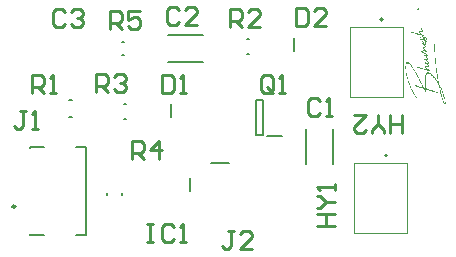
<source format=gto>
G04*
G04 #@! TF.GenerationSoftware,Altium Limited,Altium Designer,25.0.2 (28)*
G04*
G04 Layer_Color=65535*
%FSLAX44Y44*%
%MOMM*%
G71*
G04*
G04 #@! TF.SameCoordinates,4808E630-E1AA-40A3-BC65-94F3982335E7*
G04*
G04*
G04 #@! TF.FilePolarity,Positive*
G04*
G01*
G75*
%ADD10C,0.2000*%
%ADD11C,0.2500*%
%ADD12C,0.1000*%
%ADD13C,0.2540*%
%ADD14R,0.2000X1.2000*%
G36*
X908558Y595020D02*
X907237D01*
Y595351D01*
X906907D01*
Y596341D01*
X907237D01*
Y596671D01*
X908558D01*
Y595020D01*
D02*
G37*
G36*
X910539Y579171D02*
X910869D01*
Y578510D01*
X911200D01*
Y578180D01*
X911530D01*
Y577520D01*
X911860D01*
Y576859D01*
X911530D01*
Y576529D01*
X909218D01*
Y575869D01*
X909549D01*
Y575539D01*
X909879D01*
Y575208D01*
X910209D01*
Y574878D01*
X910869D01*
Y574548D01*
X911200D01*
Y574218D01*
X911860D01*
Y573888D01*
X912520D01*
Y573557D01*
X912851D01*
Y573227D01*
X913181D01*
Y572897D01*
X911530D01*
Y573227D01*
X911200D01*
Y572897D01*
X911530D01*
Y572237D01*
X911860D01*
Y571906D01*
X912190D01*
Y571576D01*
X912520D01*
Y571906D01*
X913181D01*
Y572237D01*
X914171D01*
Y571906D01*
X914502D01*
Y571576D01*
X914832D01*
Y570916D01*
X915162D01*
Y569925D01*
X915492D01*
Y568604D01*
X915162D01*
Y568274D01*
X914502D01*
Y568604D01*
X913841D01*
Y568935D01*
X913511D01*
Y569265D01*
X913181D01*
Y568935D01*
X913511D01*
Y568604D01*
X913841D01*
Y567944D01*
X914171D01*
Y565633D01*
X913841D01*
Y565302D01*
X913511D01*
Y564972D01*
X913841D01*
Y564642D01*
X914171D01*
Y563982D01*
X914502D01*
Y562661D01*
X912520D01*
Y562331D01*
X912851D01*
Y562000D01*
X913181D01*
Y561670D01*
X913511D01*
Y561340D01*
X913841D01*
Y561010D01*
X914171D01*
Y560680D01*
X914502D01*
Y560349D01*
X915162D01*
Y559359D01*
X914502D01*
Y559689D01*
X913511D01*
Y560019D01*
X912520D01*
Y560349D01*
X912190D01*
Y560680D01*
X911860D01*
Y561010D01*
X912851D01*
Y561340D01*
X912520D01*
Y561670D01*
X912190D01*
Y562000D01*
X911860D01*
Y562661D01*
X911530D01*
Y563321D01*
X911860D01*
Y563651D01*
X913181D01*
Y563321D01*
X913841D01*
Y563982D01*
X913511D01*
Y564312D01*
X913181D01*
Y564972D01*
X912851D01*
Y565302D01*
X912190D01*
Y565633D01*
X911530D01*
Y565963D01*
X911200D01*
Y566293D01*
X910869D01*
Y566953D01*
X910539D01*
Y568604D01*
X911530D01*
Y568274D01*
X912190D01*
Y567614D01*
X912520D01*
Y566293D01*
X912851D01*
Y565963D01*
X913181D01*
Y566293D01*
X913511D01*
Y567944D01*
X913181D01*
Y568604D01*
X912851D01*
Y568935D01*
X912520D01*
Y569265D01*
X912190D01*
Y569595D01*
X911860D01*
Y569925D01*
X910869D01*
Y569595D01*
X909879D01*
Y569925D01*
X909549D01*
Y570255D01*
X909218D01*
Y571906D01*
X909879D01*
Y571246D01*
X909549D01*
Y570586D01*
X911200D01*
Y570916D01*
X911530D01*
Y571906D01*
X911200D01*
Y572567D01*
X910869D01*
Y572897D01*
X910539D01*
Y573557D01*
X909218D01*
Y573888D01*
X908228D01*
Y574218D01*
X906907D01*
Y574548D01*
X905916D01*
Y574878D01*
X904596D01*
Y575208D01*
X903605D01*
Y575539D01*
X902284D01*
Y575869D01*
X901954D01*
Y576529D01*
X902614D01*
Y576199D01*
X903935D01*
Y575869D01*
X905256D01*
Y575539D01*
X906577D01*
Y575208D01*
X907567D01*
Y574878D01*
X908558D01*
Y574548D01*
X909549D01*
Y574878D01*
X909218D01*
Y575208D01*
X908888D01*
Y575539D01*
X908558D01*
Y576199D01*
X908228D01*
Y576859D01*
X908558D01*
Y577190D01*
X909218D01*
Y577520D01*
X909879D01*
Y577190D01*
X910869D01*
Y578180D01*
X910539D01*
Y578510D01*
X910209D01*
Y579171D01*
X909879D01*
Y579501D01*
X910539D01*
Y579171D01*
D02*
G37*
G36*
X910869Y560019D02*
X911530D01*
Y559689D01*
X912190D01*
Y559359D01*
X912851D01*
Y559029D01*
X913511D01*
Y558698D01*
X914171D01*
Y558368D01*
X914502D01*
Y558038D01*
X915162D01*
Y557708D01*
X915492D01*
Y557378D01*
X915822D01*
Y556387D01*
X915492D01*
Y556057D01*
X914502D01*
Y555727D01*
X914832D01*
Y555396D01*
X915162D01*
Y555066D01*
X915492D01*
Y554736D01*
X915822D01*
Y554406D01*
X916153D01*
Y552755D01*
X915492D01*
Y552094D01*
X915822D01*
Y551764D01*
X916153D01*
Y551434D01*
X916483D01*
Y551104D01*
X916813D01*
Y550774D01*
X917143D01*
Y549453D01*
X915822D01*
Y548792D01*
X916153D01*
Y548462D01*
X916483D01*
Y546811D01*
X913841D01*
Y546481D01*
X914171D01*
Y546151D01*
X914502D01*
Y545821D01*
X914832D01*
Y545490D01*
X915492D01*
Y545160D01*
X915822D01*
Y544830D01*
X916483D01*
Y544500D01*
X916813D01*
Y544170D01*
X917473D01*
Y543839D01*
X917804D01*
Y543509D01*
X918134D01*
Y543179D01*
X917143D01*
Y543509D01*
X915822D01*
Y543839D01*
X914832D01*
Y544170D01*
X913511D01*
Y544500D01*
X912520D01*
Y544830D01*
X911200D01*
Y545160D01*
X910209D01*
Y545490D01*
X908888D01*
Y545821D01*
X907898D01*
Y546151D01*
X906907D01*
Y546811D01*
X908228D01*
Y546481D01*
X909549D01*
Y546151D01*
X910869D01*
Y545821D01*
X911860D01*
Y545490D01*
X913181D01*
Y545160D01*
X914171D01*
Y544830D01*
X914502D01*
Y545160D01*
X914171D01*
Y545490D01*
X913841D01*
Y546151D01*
X913511D01*
Y546481D01*
X913181D01*
Y547472D01*
X913511D01*
Y547802D01*
X915822D01*
Y548462D01*
X915492D01*
Y548792D01*
X915162D01*
Y549453D01*
X914502D01*
Y549783D01*
X913181D01*
Y550774D01*
X913841D01*
Y550443D01*
X915492D01*
Y550113D01*
X916483D01*
Y550443D01*
X916153D01*
Y550774D01*
X915822D01*
Y551104D01*
X915492D01*
Y551434D01*
X915162D01*
Y551764D01*
X914502D01*
Y552094D01*
X914171D01*
Y552425D01*
X913511D01*
Y552755D01*
X913181D01*
Y553085D01*
X912851D01*
Y553745D01*
X914832D01*
Y553415D01*
X915492D01*
Y554076D01*
X915162D01*
Y554406D01*
X914832D01*
Y554736D01*
X914502D01*
Y555066D01*
X914171D01*
Y555727D01*
X912520D01*
Y556057D01*
X912190D01*
Y556387D01*
X912520D01*
Y556717D01*
X914832D01*
Y557047D01*
X914502D01*
Y557378D01*
X914171D01*
Y557708D01*
X913511D01*
Y558038D01*
X912851D01*
Y558368D01*
X912190D01*
Y558698D01*
X911860D01*
Y559029D01*
X911200D01*
Y559359D01*
X910539D01*
Y559689D01*
X910209D01*
Y560349D01*
X910869D01*
Y560019D01*
D02*
G37*
G36*
X921106Y566623D02*
X921436D01*
Y562000D01*
X921766D01*
Y557708D01*
X922096D01*
Y554406D01*
X922426D01*
Y551434D01*
X922757D01*
Y548462D01*
X923087D01*
Y546151D01*
X923417D01*
Y543509D01*
X923747D01*
Y541198D01*
X924077D01*
Y538886D01*
X924408D01*
Y536905D01*
X924738D01*
Y534924D01*
X925068D01*
Y532943D01*
X925398D01*
Y531952D01*
X925728D01*
Y531292D01*
X926059D01*
Y530631D01*
X926389D01*
Y529971D01*
X926719D01*
Y529311D01*
X927049D01*
Y528650D01*
X927379D01*
Y527990D01*
X927710D01*
Y527329D01*
X928040D01*
Y526339D01*
X928370D01*
Y525678D01*
X928700D01*
Y524688D01*
X929030D01*
Y523697D01*
X929361D01*
Y522707D01*
X929691D01*
Y521716D01*
X930021D01*
Y520725D01*
X930351D01*
Y519405D01*
X930681D01*
Y517423D01*
X931012D01*
Y515772D01*
X930681D01*
Y515112D01*
X929691D01*
Y515772D01*
X929361D01*
Y516103D01*
X929030D01*
Y516763D01*
X928700D01*
Y517754D01*
X928370D01*
Y518744D01*
X928040D01*
Y519735D01*
X927710D01*
Y520725D01*
X927379D01*
Y521716D01*
X927049D01*
Y523037D01*
X926719D01*
Y524358D01*
X926389D01*
Y525678D01*
X926059D01*
Y526999D01*
X925728D01*
Y528650D01*
X925398D01*
Y529971D01*
X925068D01*
Y531622D01*
X924738D01*
Y532282D01*
X924408D01*
Y532943D01*
X924077D01*
Y533603D01*
X923747D01*
Y533933D01*
X923417D01*
Y534594D01*
X923087D01*
Y534924D01*
X922757D01*
Y535584D01*
X922426D01*
Y535915D01*
X922096D01*
Y536245D01*
X921766D01*
Y536905D01*
X921436D01*
Y537235D01*
X921106D01*
Y537566D01*
X920775D01*
Y537896D01*
X920445D01*
Y538226D01*
X920115D01*
Y538886D01*
X919785D01*
Y539217D01*
X919455D01*
Y539547D01*
X918794D01*
Y539877D01*
X918464D01*
Y540207D01*
X918134D01*
Y540537D01*
X917473D01*
Y540868D01*
X916813D01*
Y541198D01*
X915492D01*
Y540868D01*
X914832D01*
Y540207D01*
X914502D01*
Y539547D01*
X914171D01*
Y538226D01*
X913841D01*
Y530301D01*
X914171D01*
Y528650D01*
X914832D01*
Y528320D01*
X915822D01*
Y527990D01*
X916813D01*
Y527660D01*
X917804D01*
Y527329D01*
X918794D01*
Y526999D01*
X920115D01*
Y526669D01*
X921106D01*
Y526339D01*
X922096D01*
Y526009D01*
X923087D01*
Y525678D01*
X924408D01*
Y525348D01*
X924738D01*
Y525018D01*
X924408D01*
Y524688D01*
X923747D01*
Y525018D01*
X922426D01*
Y525348D01*
X921436D01*
Y525678D01*
X920445D01*
Y526009D01*
X919124D01*
Y526339D01*
X918134D01*
Y526669D01*
X916813D01*
Y526999D01*
X915822D01*
Y527329D01*
X914502D01*
Y525678D01*
X913841D01*
Y526009D01*
X913511D01*
Y526669D01*
X913181D01*
Y526999D01*
X912851D01*
Y527660D01*
X912520D01*
Y527990D01*
X912190D01*
Y528320D01*
X911530D01*
Y528650D01*
X910539D01*
Y528980D01*
X909549D01*
Y529311D01*
X908558D01*
Y529641D01*
X907567D01*
Y529971D01*
X906577D01*
Y530301D01*
X905586D01*
Y530631D01*
X904926D01*
Y530962D01*
X904596D01*
Y531292D01*
X904926D01*
Y531622D01*
X905586D01*
Y531292D01*
X906577D01*
Y530962D01*
X907567D01*
Y530631D01*
X908558D01*
Y530301D01*
X909549D01*
Y529971D01*
X910539D01*
Y529641D01*
X911530D01*
Y530301D01*
X911200D01*
Y530962D01*
X910869D01*
Y531622D01*
X910539D01*
Y532282D01*
X910209D01*
Y532943D01*
X909879D01*
Y533273D01*
X909549D01*
Y533933D01*
X909218D01*
Y534594D01*
X908888D01*
Y535254D01*
X908558D01*
Y535915D01*
X908228D01*
Y536575D01*
X907898D01*
Y537235D01*
X907567D01*
Y537896D01*
X907237D01*
Y538556D01*
X906907D01*
Y539217D01*
X906577D01*
Y539547D01*
X906247D01*
Y540207D01*
X905916D01*
Y540868D01*
X905586D01*
Y541528D01*
X905256D01*
Y541858D01*
X904926D01*
Y542519D01*
X904596D01*
Y543179D01*
X904265D01*
Y543839D01*
X903935D01*
Y544170D01*
X903605D01*
Y544830D01*
X903275D01*
Y545490D01*
X902945D01*
Y545821D01*
X902614D01*
Y546481D01*
X902284D01*
Y546811D01*
X901954D01*
Y547472D01*
X901624D01*
Y547802D01*
X901294D01*
Y548462D01*
X900963D01*
Y548792D01*
X900633D01*
Y549123D01*
X900303D01*
Y549453D01*
X899973D01*
Y549783D01*
X899312D01*
Y550113D01*
X898652D01*
Y549783D01*
X897992D01*
Y549123D01*
X897661D01*
Y547802D01*
X897331D01*
Y543839D01*
X897661D01*
Y541528D01*
X897992D01*
Y539877D01*
X898322D01*
Y538556D01*
X898652D01*
Y537235D01*
X898982D01*
Y535915D01*
X899312D01*
Y534924D01*
X899643D01*
Y533933D01*
X899973D01*
Y533273D01*
X900303D01*
Y532282D01*
X900633D01*
Y531292D01*
X900963D01*
Y530631D01*
X901294D01*
Y529641D01*
X901624D01*
Y528980D01*
X901954D01*
Y528320D01*
X902284D01*
Y527660D01*
X902614D01*
Y526999D01*
X902945D01*
Y526339D01*
X903275D01*
Y525678D01*
X903605D01*
Y525348D01*
X903935D01*
Y524688D01*
X904265D01*
Y524027D01*
X904596D01*
Y523697D01*
X904926D01*
Y523037D01*
X905256D01*
Y522376D01*
X905586D01*
Y522046D01*
X905916D01*
Y521716D01*
X906247D01*
Y521056D01*
X906577D01*
Y520725D01*
X906907D01*
Y519735D01*
X906577D01*
Y520065D01*
X906247D01*
Y520395D01*
X905916D01*
Y521056D01*
X905586D01*
Y521386D01*
X905256D01*
Y522046D01*
X904926D01*
Y522376D01*
X904596D01*
Y523037D01*
X904265D01*
Y523367D01*
X903935D01*
Y524027D01*
X903605D01*
Y524688D01*
X903275D01*
Y525018D01*
X902945D01*
Y525678D01*
X902614D01*
Y526339D01*
X902284D01*
Y526999D01*
X901954D01*
Y527660D01*
X901624D01*
Y528320D01*
X901294D01*
Y529311D01*
X900963D01*
Y529971D01*
X900633D01*
Y530631D01*
X900303D01*
Y531622D01*
X899973D01*
Y532613D01*
X899643D01*
Y533273D01*
X899312D01*
Y534264D01*
X898982D01*
Y535254D01*
X898652D01*
Y536575D01*
X898322D01*
Y537896D01*
X897992D01*
Y538886D01*
X897661D01*
Y540537D01*
X897331D01*
Y542519D01*
X897001D01*
Y545160D01*
X896671D01*
Y547802D01*
X897001D01*
Y549453D01*
X897331D01*
Y550113D01*
X897661D01*
Y550774D01*
X897992D01*
Y551104D01*
X899312D01*
Y550774D01*
X899973D01*
Y550443D01*
X900303D01*
Y550113D01*
X900633D01*
Y549783D01*
X900963D01*
Y549453D01*
X901294D01*
Y549123D01*
X901624D01*
Y548462D01*
X901954D01*
Y548132D01*
X902284D01*
Y547802D01*
X902614D01*
Y547141D01*
X902945D01*
Y546481D01*
X903275D01*
Y546151D01*
X903605D01*
Y545490D01*
X903935D01*
Y544830D01*
X904265D01*
Y544500D01*
X904596D01*
Y543839D01*
X904926D01*
Y543179D01*
X905256D01*
Y542849D01*
X905586D01*
Y542188D01*
X905916D01*
Y541528D01*
X906247D01*
Y540868D01*
X906577D01*
Y540537D01*
X906907D01*
Y539877D01*
X907237D01*
Y539217D01*
X907567D01*
Y538556D01*
X907898D01*
Y537896D01*
X908228D01*
Y537235D01*
X908558D01*
Y536575D01*
X908888D01*
Y535915D01*
X909218D01*
Y535254D01*
X909549D01*
Y534924D01*
X909879D01*
Y534264D01*
X910209D01*
Y533603D01*
X910539D01*
Y532943D01*
X910869D01*
Y532282D01*
X911200D01*
Y531622D01*
X911530D01*
Y530962D01*
X911860D01*
Y530301D01*
X912190D01*
Y529641D01*
X912520D01*
Y529311D01*
X912851D01*
Y528980D01*
X913511D01*
Y531292D01*
X913181D01*
Y538556D01*
X913511D01*
Y540207D01*
X913841D01*
Y540868D01*
X914171D01*
Y541528D01*
X914502D01*
Y541858D01*
X914832D01*
Y542188D01*
X917143D01*
Y541858D01*
X917804D01*
Y541528D01*
X918134D01*
Y541198D01*
X918794D01*
Y540868D01*
X919124D01*
Y540537D01*
X919455D01*
Y540207D01*
X919785D01*
Y539877D01*
X920115D01*
Y539547D01*
X920445D01*
Y539217D01*
X920775D01*
Y538886D01*
X921106D01*
Y538556D01*
X921436D01*
Y537896D01*
X921766D01*
Y537566D01*
X922096D01*
Y537235D01*
X922426D01*
Y536575D01*
X922757D01*
Y536245D01*
X923087D01*
Y535915D01*
X923417D01*
Y535254D01*
X923747D01*
Y534924D01*
X924077D01*
Y534594D01*
X924408D01*
Y534924D01*
X924077D01*
Y536905D01*
X923747D01*
Y539217D01*
X923417D01*
Y541528D01*
X923087D01*
Y543839D01*
X922757D01*
Y546481D01*
X922426D01*
Y549123D01*
X922096D01*
Y552094D01*
X921766D01*
Y555396D01*
X921436D01*
Y559359D01*
X921106D01*
Y563982D01*
X920775D01*
Y569265D01*
X921106D01*
Y566623D01*
D02*
G37*
%LPC*%
G36*
X912520Y570255D02*
X912190D01*
Y569925D01*
X912520D01*
Y570255D01*
D02*
G37*
G36*
X914171Y571246D02*
X913181D01*
Y570916D01*
X912851D01*
Y570586D01*
X913181D01*
Y570255D01*
X913511D01*
Y569925D01*
X913841D01*
Y569595D01*
X914171D01*
Y569265D01*
X914832D01*
Y569925D01*
X914502D01*
Y570916D01*
X914171D01*
Y571246D01*
D02*
G37*
G36*
X911530Y567944D02*
X911200D01*
Y566953D01*
X911530D01*
Y566623D01*
X911860D01*
Y567614D01*
X911530D01*
Y567944D01*
D02*
G37*
G36*
X913841Y527660D02*
X913511D01*
Y527329D01*
X913841D01*
Y527660D01*
D02*
G37*
G36*
X926389Y528980D02*
X926059D01*
Y528320D01*
X926389D01*
Y526999D01*
X926719D01*
Y525348D01*
X927049D01*
Y524027D01*
X927379D01*
Y523037D01*
X927710D01*
Y521716D01*
X928040D01*
Y520725D01*
X928370D01*
Y519405D01*
X928700D01*
Y518744D01*
X929030D01*
Y517754D01*
X929361D01*
Y517093D01*
X929691D01*
Y516433D01*
X930351D01*
Y517754D01*
X930021D01*
Y519405D01*
X929691D01*
Y520725D01*
X929361D01*
Y521716D01*
X929030D01*
Y522707D01*
X928700D01*
Y523697D01*
X928370D01*
Y524688D01*
X928040D01*
Y525348D01*
X927710D01*
Y526339D01*
X927379D01*
Y526999D01*
X927049D01*
Y527660D01*
X926719D01*
Y528650D01*
X926389D01*
Y528980D01*
D02*
G37*
%LPD*%
D10*
X877570Y587020D02*
G03*
X875570Y587020I-1000J0D01*
G01*
D02*
G03*
X877570Y587020I1000J0D01*
G01*
X881380Y471770D02*
G03*
X879380Y471770I-1000J0D01*
G01*
D02*
G03*
X881380Y471770I1000J0D01*
G01*
X812949Y465041D02*
Y494203D01*
X835511Y465041D02*
Y494203D01*
X612160Y518810D02*
X614660D01*
X612160Y504810D02*
X614660D01*
X658130Y515520D02*
X660130D01*
X658130Y503020D02*
X660130D01*
X762270Y557630D02*
X764270D01*
X762270Y570130D02*
X764270D01*
X770430Y489590D02*
X776430D01*
X770430D02*
Y518790D01*
X776430D01*
Y489590D02*
Y518790D01*
X779930Y488190D02*
X791930D01*
X714500Y441670D02*
Y453170D01*
X656490Y438420D02*
Y440420D01*
X643990Y438420D02*
Y440420D01*
X732330Y465470D02*
X747580D01*
X617900Y404350D02*
X626019D01*
X579067Y404347D02*
X591140D01*
X579067D02*
Y405660D01*
X579020Y477950D02*
Y479253D01*
X591140D01*
X617900D02*
X626020D01*
X626019Y404350D02*
Y479250D01*
X656860Y568360D02*
X658860D01*
X656860Y556860D02*
X658860D01*
X696181Y551329D02*
X725343D01*
X696181Y573891D02*
X725343D01*
D11*
X566520Y428800D02*
G03*
X566520Y428800I-1250J0D01*
G01*
D12*
X849570Y521520D02*
Y580520D01*
X894570D01*
Y521520D02*
Y580520D01*
X849570Y521520D02*
X894570D01*
X853380Y406270D02*
Y465270D01*
X898380D01*
Y406270D02*
Y465270D01*
X853380Y406270D02*
X898380D01*
D13*
X646684Y578866D02*
Y594101D01*
X654302D01*
X656841Y591562D01*
Y586483D01*
X654302Y583944D01*
X646684D01*
X651762D02*
X656841Y578866D01*
X672076Y594101D02*
X661919D01*
Y586483D01*
X666997Y589023D01*
X669537D01*
X672076Y586483D01*
Y581405D01*
X669537Y578866D01*
X664458D01*
X661919Y581405D01*
X665484Y468633D02*
Y483867D01*
X673102D01*
X675641Y481328D01*
Y476250D01*
X673102Y473711D01*
X665484D01*
X670563D02*
X675641Y468633D01*
X688337D02*
Y483867D01*
X680719Y476250D01*
X690876D01*
X635004Y525783D02*
Y541017D01*
X642622D01*
X645161Y538478D01*
Y533400D01*
X642622Y530861D01*
X635004D01*
X640082D02*
X645161Y525783D01*
X650239Y538478D02*
X652778Y541017D01*
X657857D01*
X660396Y538478D01*
Y535939D01*
X657857Y533400D01*
X655318D01*
X657857D01*
X660396Y530861D01*
Y528322D01*
X657857Y525783D01*
X652778D01*
X650239Y528322D01*
X748034Y580392D02*
Y595628D01*
X755652D01*
X758191Y593088D01*
Y588010D01*
X755652Y585471D01*
X748034D01*
X753112D02*
X758191Y580392D01*
X773426D02*
X763269D01*
X773426Y590549D01*
Y593088D01*
X770887Y595628D01*
X765808D01*
X763269Y593088D01*
X580393Y524512D02*
Y539748D01*
X588011D01*
X590550Y537208D01*
Y532130D01*
X588011Y529591D01*
X580393D01*
X585472D02*
X590550Y524512D01*
X595628D02*
X600707D01*
X598168D01*
Y539748D01*
X595628Y537208D01*
X784860Y527052D02*
Y537208D01*
X782321Y539748D01*
X777243D01*
X774703Y537208D01*
Y527052D01*
X777243Y524512D01*
X782321D01*
X779782Y529591D02*
X784860Y524512D01*
X782321D02*
X784860Y527052D01*
X789938Y524512D02*
X795017D01*
X792478D01*
Y539748D01*
X789938Y537208D01*
X751841Y407668D02*
X746762D01*
X749302D01*
Y394972D01*
X746762Y392433D01*
X744223D01*
X741684Y394972D01*
X767076Y392433D02*
X756919D01*
X767076Y402589D01*
Y405128D01*
X764537Y407668D01*
X759458D01*
X756919Y405128D01*
X575561Y509773D02*
X570482D01*
X573022D01*
Y497077D01*
X570482Y494538D01*
X567943D01*
X565404Y497077D01*
X580639Y494538D02*
X585717D01*
X583178D01*
Y509773D01*
X580639Y507234D01*
X678185Y414017D02*
X683264D01*
X680724D01*
Y398783D01*
X678185D01*
X683264D01*
X701038Y411478D02*
X698499Y414017D01*
X693420D01*
X690881Y411478D01*
Y401322D01*
X693420Y398783D01*
X698499D01*
X701038Y401322D01*
X706116Y398783D02*
X711195D01*
X708655D01*
Y414017D01*
X706116Y411478D01*
X894073Y491172D02*
Y506408D01*
Y498790D01*
X883917D01*
Y491172D01*
Y506408D01*
X878838Y491172D02*
Y493712D01*
X873760Y498790D01*
X868682Y493712D01*
Y491172D01*
X873760Y498790D02*
Y506408D01*
X853447D02*
X863603D01*
X853447Y496251D01*
Y493712D01*
X855986Y491172D01*
X861064D01*
X863603Y493712D01*
X821692Y411806D02*
X836927D01*
X829310D01*
Y421963D01*
X821692D01*
X836927D01*
X821692Y427041D02*
X824232D01*
X829310Y432119D01*
X824232Y437197D01*
X821692D01*
X829310Y432119D02*
X836927D01*
Y442276D02*
Y447354D01*
Y444815D01*
X821692D01*
X824232Y442276D01*
X804164Y596895D02*
Y581660D01*
X811781D01*
X814321Y584199D01*
Y594356D01*
X811781Y596895D01*
X804164D01*
X829556Y581660D02*
X819399D01*
X829556Y591817D01*
Y594356D01*
X827017Y596895D01*
X821938D01*
X819399Y594356D01*
X690883Y539748D02*
Y524512D01*
X698501D01*
X701040Y527052D01*
Y537208D01*
X698501Y539748D01*
X690883D01*
X706118Y524512D02*
X711197D01*
X708658D01*
Y539748D01*
X706118Y537208D01*
X608835Y593086D02*
X606296Y595625D01*
X601217D01*
X598678Y593086D01*
Y582929D01*
X601217Y580390D01*
X606296D01*
X608835Y582929D01*
X613913Y593086D02*
X616452Y595625D01*
X621531D01*
X624070Y593086D01*
Y590547D01*
X621531Y588008D01*
X618991D01*
X621531D01*
X624070Y585468D01*
Y582929D01*
X621531Y580390D01*
X616452D01*
X613913Y582929D01*
X705355Y595118D02*
X702815Y597657D01*
X697737D01*
X695198Y595118D01*
Y584961D01*
X697737Y582422D01*
X702815D01*
X705355Y584961D01*
X720590Y582422D02*
X710433D01*
X720590Y592579D01*
Y595118D01*
X718051Y597657D01*
X712972D01*
X710433Y595118D01*
X824735Y517902D02*
X822196Y520441D01*
X817117D01*
X814578Y517902D01*
Y507745D01*
X817117Y505206D01*
X822196D01*
X824735Y507745D01*
X829813Y505206D02*
X834891D01*
X832352D01*
Y520441D01*
X829813Y517902D01*
D14*
X698550Y509270D02*
D03*
X802690Y565150D02*
D03*
M02*

</source>
